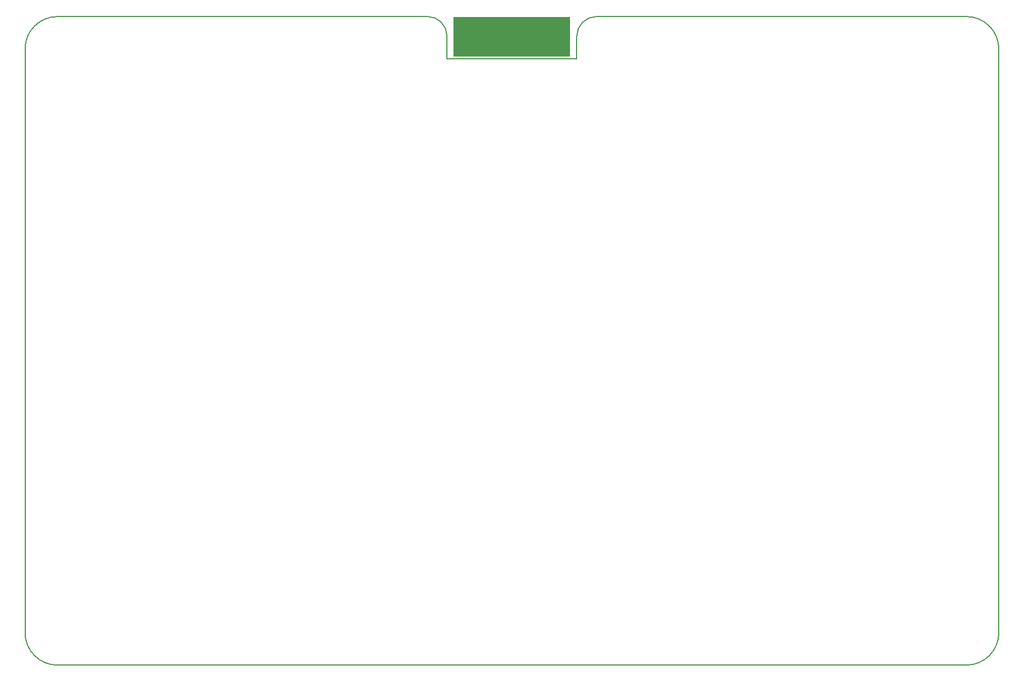
<source format=gko>
G04*
G04 #@! TF.GenerationSoftware,Altium Limited,Altium Designer,24.9.1 (31)*
G04*
G04 Layer_Color=16711935*
%FSLAX44Y44*%
%MOMM*%
G71*
G04*
G04 #@! TF.SameCoordinates,A601D634-93CA-4805-8520-E3EE879C7AED*
G04*
G04*
G04 #@! TF.FilePolarity,Positive*
G04*
G01*
G75*
%ADD15C,0.2000*%
%ADD234R,18.0000X6.1900*%
D15*
X880000Y1000000D02*
G03*
X850000Y970000I0J-30000D01*
G01*
X650000D02*
G03*
X620000Y1000000I-30000J0D01*
G01*
X0Y50000D02*
G03*
X50000Y0I50000J0D01*
G01*
X1450000Y0D02*
G03*
X1500000Y50000I0J50000D01*
G01*
Y950000D02*
G03*
X1450000Y1000000I-50000J-0D01*
G01*
X50000Y1000000D02*
G03*
X0Y950000I0J-50000D01*
G01*
X650000Y935000D02*
Y970000D01*
X50000Y1000000D02*
X620000D01*
X850000Y935000D02*
Y970000D01*
X650000Y935000D02*
X850000D01*
X880000Y1000000D02*
X1450000Y1000000D01*
X0Y50000D02*
Y950000D01*
X50000Y0D02*
X1450000D01*
X1500000Y50000D02*
Y950000D01*
D234*
X750000Y968550D02*
D03*
M02*

</source>
